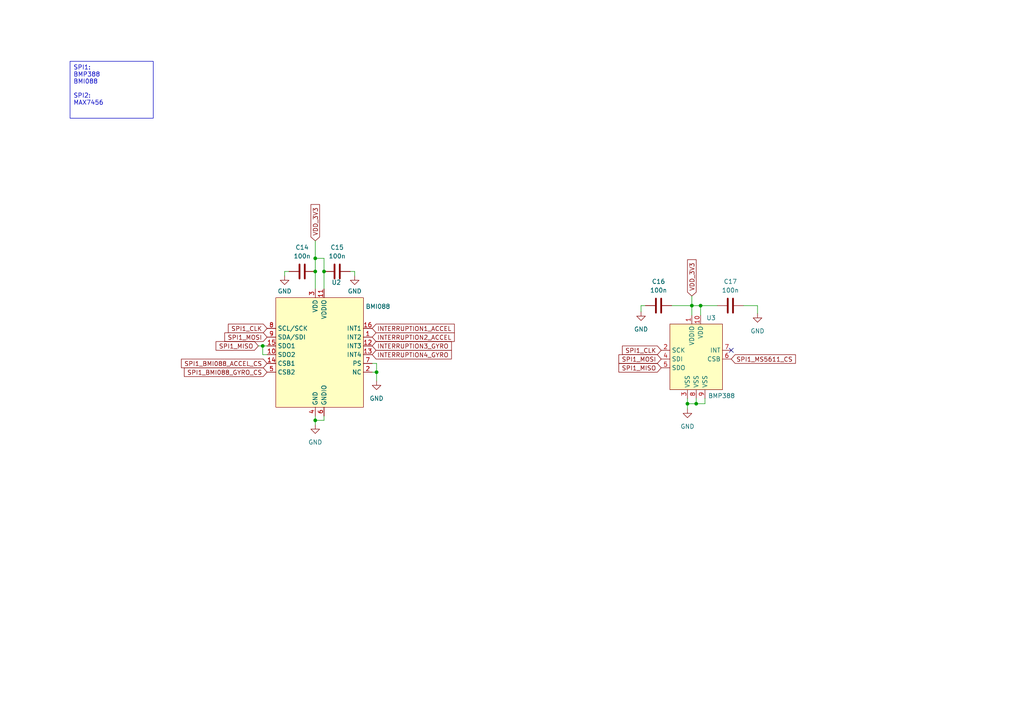
<source format=kicad_sch>
(kicad_sch (version 20231120) (generator "eeschema") (generator_version "8.0")
  (paper "A4")
  (lib_symbols
    (symbol "Device:C" (pin_numbers hide) (pin_names (offset 0.254))
      (property "Reference" "C" (at 0.635 2.54 0))
      (property "Value" "C" (at 0.635 -2.54 0))
      (symbol "C_0_1"
        (polyline (pts (xy -2.032 -0.762) (xy 2.032 -0.762)) (stroke (width 0.508)))
        (polyline (pts (xy -2.032 0.762) (xy 2.032 0.762)) (stroke (width 0.508)))
      )
      (symbol "C_1_1"
        (pin passive line (at 0 3.81 270) (length 2.794) (name "~") (number "1"))
        (pin passive line (at 0 -3.81 90) (length 2.794) (name "~") (number "2"))
      )
    )
    (symbol "power:GND" (power) (pin_names (offset 0))
      (property "Value" "GND" (at 0 -3.81 0))
      (symbol "GND_0_1"
        (polyline (pts (xy 0 0) (xy 0 -1.27) (xy 1.27 -1.27) (xy 0 -2.54) (xy -1.27 -1.27) (xy 0 -1.27)))
      )
      (symbol "GND_1_1"
        (pin power_in line (at 0 0 270) (length 0) hide (name "GND") (number "1"))
      )
    )
    (symbol "user_lib:BMI088"
      (property "Reference" "U5" (at 3.4641 19.685 0))
      (property "Value" "BMI088" (at 3.4641 17.145 0))
      (symbol "BMI088_1_1"
        (rectangle (start -12.7 15.24) (end 12.7 -16.51) (fill (type background)))
        (pin bidirectional line (at 15.24 3.81 180) (length 2.54) (name "INT2") (number "1"))
        (pin output line (at -15.24 -1.27 0) (length 2.54) (name "SDO2") (number "10"))
        (pin power_in line (at 1.27 17.78 270) (length 2.54) (name "VDDIO") (number "11"))
        (pin bidirectional line (at 15.24 1.27 180) (length 2.54) (name "INT3") (number "12"))
        (pin bidirectional line (at 15.24 -1.27 180) (length 2.54) (name "INT4") (number "13"))
        (pin input line (at -15.24 -3.81 0) (length 2.54) (name "CSB1") (number "14"))
        (pin output line (at -15.24 1.27 0) (length 2.54) (name "SDO1") (number "15"))
        (pin bidirectional line (at 15.24 6.35 180) (length 2.54) (name "INT1") (number "16"))
        (pin input line (at 15.24 -6.35 180) (length 2.54) (name "NC") (number "2"))
        (pin power_in line (at -1.27 17.78 270) (length 2.54) (name "VDD") (number "3"))
        (pin power_in line (at -1.27 -19.05 90) (length 2.54) (name "GND") (number "4"))
        (pin input line (at -15.24 -6.35 0) (length 2.54) (name "CSB2") (number "5"))
        (pin power_in line (at 1.27 -19.05 90) (length 2.54) (name "GNDIO") (number "6"))
        (pin input line (at 15.24 -3.81 180) (length 2.54) (name "PS") (number "7"))
        (pin input line (at -15.24 6.35 0) (length 2.54) (name "SCL/SCK") (number "8"))
        (pin bidirectional line (at -15.24 3.81 0) (length 2.54) (name "SDA/SDI") (number "9"))
      )
    )
    (symbol "user_lib:BMP388"
      (property "Reference" "U" (at 7.62 -11.43 0))
      (property "Value" "BMP388" (at -8.89 -11.43 0))
      (symbol "BMP388_1_1"
        (rectangle (start -7.62 10.16) (end 7.62 -8.89) (fill (type background)))
        (pin power_in line (at -1.27 12.7 270) (length 2.54) (name "VDDIO") (number "1"))
        (pin power_in line (at 1.27 12.7 270) (length 2.54) (name "VDD") (number "10"))
        (pin input line (at -10.16 2.54 0) (length 2.54) (name "SCK") (number "2"))
        (pin power_in line (at -2.54 -11.43 90) (length 2.54) (name "VSS") (number "3"))
        (pin bidirectional line (at -10.16 0 0) (length 2.54) (name "SDI") (number "4"))
        (pin bidirectional line (at -10.16 -2.54 0) (length 2.54) (name "SDO") (number "5"))
        (pin input line (at 10.16 0 180) (length 2.54) (name "CSB") (number "6"))
        (pin output line (at 10.16 2.54 180) (length 2.54) (name "INT") (number "7"))
        (pin power_in line (at 0 -11.43 90) (length 2.54) (name "VSS") (number "8"))
        (pin power_in line (at 2.54 -11.43 90) (length 2.54) (name "VSS") (number "9"))
      )
    )
  )
  (junction (at 91.44 78.74))
  (junction (at 93.98 78.74))
  (junction (at 200.66 88.646))
  (junction (at 203.2 88.646))
  (junction (at 91.44 74.93))
  (junction (at 109.22 107.95))
  (junction (at 201.93 117.094))
  (junction (at 76.2 100.33))
  (junction (at 91.44 121.92))
  (junction (at 199.39 117.094))
  (no_connect (at 212.09 101.6))
  (wire (pts (xy 203.2 88.646) (xy 203.2 91.44)))
  (wire (pts (xy 107.95 105.41) (xy 109.22 105.41)))
  (wire (pts (xy 200.66 88.646) (xy 200.66 91.44)))
  (wire (pts (xy 76.2 102.87) (xy 77.47 102.87)))
  (wire (pts (xy 200.66 85.852) (xy 200.66 88.646)))
  (wire (pts (xy 91.44 83.82) (xy 91.44 78.74)))
  (wire (pts (xy 185.928 88.646) (xy 187.198 88.646)))
  (wire (pts (xy 199.39 115.57) (xy 199.39 117.094)))
  (wire (pts (xy 199.39 117.094) (xy 201.93 117.094)))
  (wire (pts (xy 102.87 78.74) (xy 101.6 78.74)))
  (wire (pts (xy 91.44 69.85) (xy 91.44 74.93)))
  (wire (pts (xy 219.71 90.932) (xy 219.71 88.646)))
  (wire (pts (xy 201.93 117.094) (xy 204.47 117.094)))
  (wire (pts (xy 201.93 115.57) (xy 201.93 117.094)))
  (wire (pts (xy 82.55 80.01) (xy 82.55 78.74)))
  (wire (pts (xy 91.44 78.74) (xy 91.44 74.93)))
  (wire (pts (xy 109.22 107.95) (xy 107.95 107.95)))
  (wire (pts (xy 200.66 88.646) (xy 203.2 88.646)))
  (wire (pts (xy 91.44 120.65) (xy 91.44 121.92)))
  (wire (pts (xy 109.22 105.41) (xy 109.22 107.95)))
  (wire (pts (xy 82.55 78.74) (xy 83.82 78.74)))
  (wire (pts (xy 199.39 117.094) (xy 199.39 118.618)))
  (wire (pts (xy 91.44 121.92) (xy 93.98 121.92)))
  (wire (pts (xy 185.928 90.424) (xy 185.928 88.646)))
  (wire (pts (xy 76.2 100.33) (xy 76.2 102.87)))
  (wire (pts (xy 203.2 88.646) (xy 208.026 88.646)))
  (wire (pts (xy 219.71 88.646) (xy 215.646 88.646)))
  (wire (pts (xy 93.98 74.93) (xy 93.98 78.74)))
  (wire (pts (xy 102.87 80.01) (xy 102.87 78.74)))
  (wire (pts (xy 93.98 121.92) (xy 93.98 120.65)))
  (wire (pts (xy 91.44 121.92) (xy 91.44 123.19)))
  (wire (pts (xy 194.818 88.646) (xy 200.66 88.646)))
  (wire (pts (xy 76.2 100.33) (xy 77.47 100.33)))
  (wire (pts (xy 109.22 107.95) (xy 109.22 110.49)))
  (wire (pts (xy 93.98 78.74) (xy 93.98 83.82)))
  (wire (pts (xy 74.93 100.33) (xy 76.2 100.33)))
  (wire (pts (xy 204.47 115.57) (xy 204.47 117.094)))
  (wire (pts (xy 91.44 74.93) (xy 93.98 74.93)))
  (text_box "SPI1:\nBMP388\nBMI088\n\nSPI2:\nMAX7456\n" (at 20.32 17.78 0) (size 24.13 16.51) (effects (font (size 1.27 1.27)) (justify left top)))
  (global_label "SPI1_CLK" (shape input) (at 77.47 95.25 180) (property "Intersheetrefs" "${INTERSHEET_REFS}" (effects (hide yes))))
  (global_label "INTERRUPTION2_ACCEL" (shape input) (at 107.95 97.79 0) (property "Intersheetrefs" "${INTERSHEET_REFS}" (effects (hide yes))))
  (global_label "SPI1_BMI088_GYRO_CS" (shape input) (at 77.47 107.95 180) (property "Intersheetrefs" "${INTERSHEET_REFS}" (effects (hide yes))))
  (global_label "SPI1_CLK" (shape input) (at 191.77 101.6 180) (property "Intersheetrefs" "${INTERSHEET_REFS}" (effects (hide yes))))
  (global_label "SPI1_MISO" (shape input) (at 74.93 100.33 180) (property "Intersheetrefs" "${INTERSHEET_REFS}" (effects (hide yes))))
  (global_label "SPI1_MS5611_CS" (shape input) (at 212.09 104.14 0) (property "Intersheetrefs" "${INTERSHEET_REFS}" (effects (hide yes))))
  (global_label "SPI1_BMI088_ACCEL_CS" (shape input) (at 77.47 105.41 180) (property "Intersheetrefs" "${INTERSHEET_REFS}" (effects (hide yes))))
  (global_label "INTERRUPTION3_GYRO" (shape input) (at 107.95 100.33 0) (property "Intersheetrefs" "${INTERSHEET_REFS}" (effects (hide yes))))
  (global_label "SPI1_MISO" (shape input) (at 191.77 106.68 180) (property "Intersheetrefs" "${INTERSHEET_REFS}" (effects (hide yes))))
  (global_label "INTERRUPTION4_GYRO" (shape input) (at 107.95 102.87 0) (property "Intersheetrefs" "${INTERSHEET_REFS}" (effects (hide yes))))
  (global_label "INTERRUPTION1_ACCEL" (shape input) (at 107.95 95.25 0) (property "Intersheetrefs" "${INTERSHEET_REFS}" (effects (hide yes))))
  (global_label "SPI1_MOSI" (shape input) (at 191.77 104.14 180) (property "Intersheetrefs" "${INTERSHEET_REFS}" (effects (hide yes))))
  (global_label "VDD_3V3" (shape input) (at 91.44 69.85 90) (property "Intersheetrefs" "${INTERSHEET_REFS}" (effects (hide yes))))
  (global_label "VDD_3V3" (shape input) (at 200.66 85.852 90) (property "Intersheetrefs" "${INTERSHEET_REFS}" (effects (hide yes))))
  (global_label "SPI1_MOSI" (shape input) (at 77.47 97.79 180) (property "Intersheetrefs" "${INTERSHEET_REFS}" (effects (hide yes))))
  (symbol (lib_id "user_lib:BMI088") (at 92.71 101.6 0) (unit 1)
    (property "Reference" "U2" (at 96.1741 81.915 0) (effects (justify left)))
    (property "Value" "BMI088" (at 106.045 88.9 0) (effects (justify left)))
    (property "Footprint" "user_lib:LGA-16_3x4.5x0.95mm" (effects (hide yes)))
  )
  (symbol (lib_id "Device:C") (at 191.008 88.646 90) (unit 1)
    (property "Reference" "C16" (at 191.008 81.661 90))
    (property "Value" "100n" (at 191.008 84.201 90))
    (property "Footprint" "Capacitor_SMD:C_0402_1005Metric" (effects (hide yes)))
  )
  (symbol (lib_id "Device:C") (at 211.836 88.646 90) (unit 1)
    (property "Reference" "C17" (at 211.836 81.661 90))
    (property "Value" "100n" (at 211.836 84.201 90))
    (property "Footprint" "Capacitor_SMD:C_0402_1005Metric" (effects (hide yes)))
  )
  (symbol (lib_id "power:GND") (at 219.71 90.932 0) (mirror y) (unit 1)
    (property "Reference" "#PWR010" (effects (hide yes)))
    (property "Value" "GND" (at 219.71 96.012 0))
  )
  (symbol (lib_id "power:GND") (at 102.87 80.01 0) (unit 1)
    (property "Reference" "#PWR08" (effects (hide yes)))
    (property "Value" "GND" (at 102.87 84.455 0))
  )
  (symbol (lib_id "user_lib:BMP388") (at 201.93 104.14 0) (unit 1)
    (property "Reference" "U3" (at 206.248 92.202 0))
    (property "Value" "BMP388" (at 209.296 114.808 0))
    (property "Footprint" "user_lib:LGA-10_2x2x0.75mm" (effects (hide yes)))
  )
  (symbol (lib_id "Device:C") (at 87.63 78.74 90) (unit 1)
    (property "Reference" "C14" (at 87.63 71.755 90))
    (property "Value" "100n" (at 87.63 74.295 90))
    (property "Footprint" "Capacitor_SMD:C_0402_1005Metric" (effects (hide yes)))
  )
  (symbol (lib_id "power:GND") (at 185.928 90.424 0) (mirror y) (unit 1)
    (property "Reference" "#PWR09" (effects (hide yes)))
    (property "Value" "GND" (at 185.928 95.504 0))
  )
  (symbol (lib_id "power:GND") (at 91.44 123.19 0) (unit 1)
    (property "Reference" "#PWR013" (effects (hide yes)))
    (property "Value" "GND" (at 91.44 128.27 0))
  )
  (symbol (lib_id "power:GND") (at 109.22 110.49 0) (unit 1)
    (property "Reference" "#PWR011" (effects (hide yes)))
    (property "Value" "GND" (at 109.22 115.57 0))
  )
  (symbol (lib_id "Device:C") (at 97.79 78.74 90) (unit 1)
    (property "Reference" "C15" (at 97.79 71.755 90))
    (property "Value" "100n" (at 97.79 74.295 90))
    (property "Footprint" "Capacitor_SMD:C_0402_1005Metric" (effects (hide yes)))
  )
  (symbol (lib_id "power:GND") (at 82.55 80.01 0) (unit 1)
    (property "Reference" "#PWR07" (effects (hide yes)))
    (property "Value" "GND" (at 82.55 84.455 0))
  )
  (symbol (lib_id "power:GND") (at 199.39 118.618 0) (mirror y) (unit 1)
    (property "Reference" "#PWR012" (effects (hide yes)))
    (property "Value" "GND" (at 199.39 123.698 0))
  )
)
</source>
